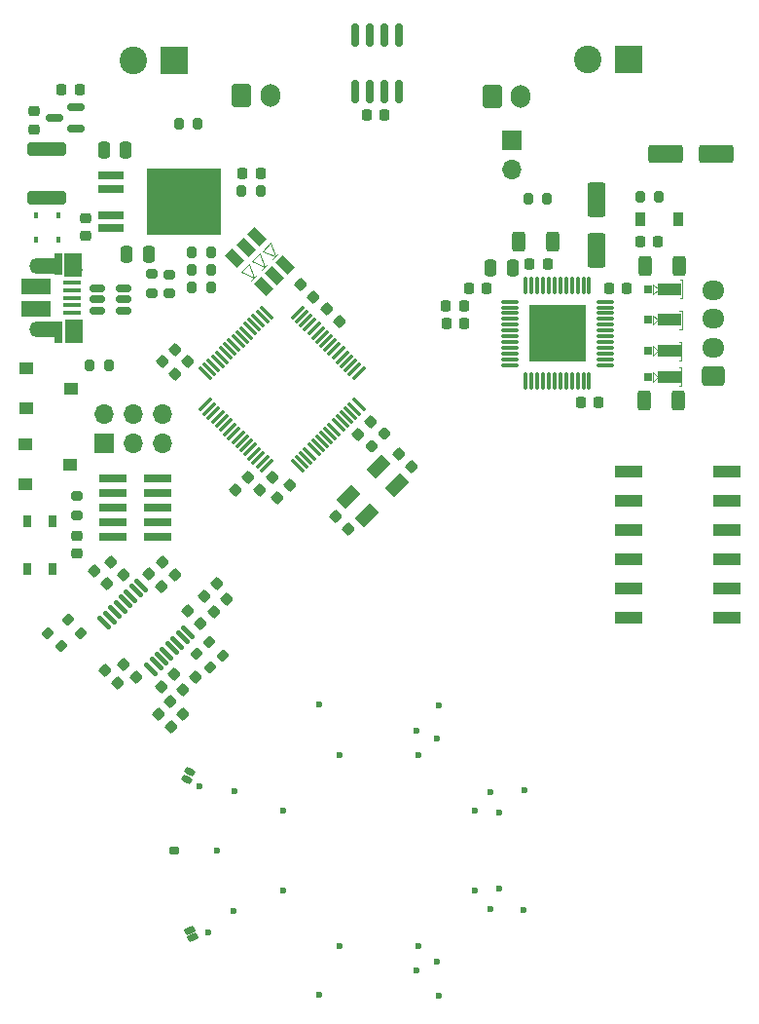
<source format=gbr>
%TF.GenerationSoftware,KiCad,Pcbnew,(7.0.0)*%
%TF.CreationDate,2023-03-13T17:48:54-07:00*%
%TF.ProjectId,DaisyStepperDriver,44616973-7953-4746-9570-706572447269,rev?*%
%TF.SameCoordinates,Original*%
%TF.FileFunction,Soldermask,Top*%
%TF.FilePolarity,Negative*%
%FSLAX46Y46*%
G04 Gerber Fmt 4.6, Leading zero omitted, Abs format (unit mm)*
G04 Created by KiCad (PCBNEW (7.0.0)) date 2023-03-13 17:48:54*
%MOMM*%
%LPD*%
G01*
G04 APERTURE LIST*
G04 Aperture macros list*
%AMRoundRect*
0 Rectangle with rounded corners*
0 $1 Rounding radius*
0 $2 $3 $4 $5 $6 $7 $8 $9 X,Y pos of 4 corners*
0 Add a 4 corners polygon primitive as box body*
4,1,4,$2,$3,$4,$5,$6,$7,$8,$9,$2,$3,0*
0 Add four circle primitives for the rounded corners*
1,1,$1+$1,$2,$3*
1,1,$1+$1,$4,$5*
1,1,$1+$1,$6,$7*
1,1,$1+$1,$8,$9*
0 Add four rect primitives between the rounded corners*
20,1,$1+$1,$2,$3,$4,$5,0*
20,1,$1+$1,$4,$5,$6,$7,0*
20,1,$1+$1,$6,$7,$8,$9,0*
20,1,$1+$1,$8,$9,$2,$3,0*%
%AMRotRect*
0 Rectangle, with rotation*
0 The origin of the aperture is its center*
0 $1 length*
0 $2 width*
0 $3 Rotation angle, in degrees counterclockwise*
0 Add horizontal line*
21,1,$1,$2,0,0,$3*%
G04 Aperture macros list end*
%ADD10C,0.120000*%
%ADD11R,0.900000X1.200000*%
%ADD12RoundRect,0.150001X0.220203X0.253003X-0.334524X0.024361X-0.220203X-0.253003X0.334524X-0.024361X0*%
%ADD13RoundRect,0.150001X0.334686X0.022025X-0.218432X0.254534X-0.334686X-0.022025X0.218432X-0.254534X0*%
%ADD14RoundRect,0.150001X0.300000X0.150000X-0.300000X0.150000X-0.300000X-0.150000X0.300000X-0.150000X0*%
%ADD15C,0.600002*%
%ADD16RoundRect,0.225000X0.017678X-0.335876X0.335876X-0.017678X-0.017678X0.335876X-0.335876X0.017678X0*%
%ADD17RoundRect,0.225000X-0.017678X0.335876X-0.335876X0.017678X0.017678X-0.335876X0.335876X-0.017678X0*%
%ADD18R,0.650000X1.050000*%
%ADD19RoundRect,0.250000X-0.250000X-0.475000X0.250000X-0.475000X0.250000X0.475000X-0.250000X0.475000X0*%
%ADD20RoundRect,0.225000X0.225000X0.250000X-0.225000X0.250000X-0.225000X-0.250000X0.225000X-0.250000X0*%
%ADD21RoundRect,0.225000X-0.250000X0.225000X-0.250000X-0.225000X0.250000X-0.225000X0.250000X0.225000X0*%
%ADD22R,1.700000X1.700000*%
%ADD23O,1.700000X1.700000*%
%ADD24RoundRect,0.225000X0.335876X0.017678X0.017678X0.335876X-0.335876X-0.017678X-0.017678X-0.335876X0*%
%ADD25R,1.300000X1.000000*%
%ADD26RoundRect,0.200000X0.200000X0.275000X-0.200000X0.275000X-0.200000X-0.275000X0.200000X-0.275000X0*%
%ADD27RoundRect,0.200000X-0.335876X-0.053033X-0.053033X-0.335876X0.335876X0.053033X0.053033X0.335876X0*%
%ADD28RoundRect,0.200000X0.335876X0.053033X0.053033X0.335876X-0.335876X-0.053033X-0.053033X-0.335876X0*%
%ADD29R,0.450000X0.600000*%
%ADD30RoundRect,0.200000X-0.200000X-0.275000X0.200000X-0.275000X0.200000X0.275000X-0.200000X0.275000X0*%
%ADD31RotRect,1.900000X1.100000X225.000000*%
%ADD32RoundRect,0.250000X-0.312500X-0.625000X0.312500X-0.625000X0.312500X0.625000X-0.312500X0.625000X0*%
%ADD33RoundRect,0.218750X0.218750X0.256250X-0.218750X0.256250X-0.218750X-0.256250X0.218750X-0.256250X0*%
%ADD34RoundRect,0.250000X-1.450000X0.312500X-1.450000X-0.312500X1.450000X-0.312500X1.450000X0.312500X0*%
%ADD35RoundRect,0.250000X1.250000X0.550000X-1.250000X0.550000X-1.250000X-0.550000X1.250000X-0.550000X0*%
%ADD36RoundRect,0.225000X-0.335876X-0.017678X-0.017678X-0.335876X0.335876X0.017678X0.017678X0.335876X0*%
%ADD37R,2.000000X1.100000*%
%ADD38R,0.800000X0.800000*%
%ADD39R,2.200000X0.800000*%
%ADD40R,6.400000X5.800000*%
%ADD41RoundRect,0.150000X0.587500X0.150000X-0.587500X0.150000X-0.587500X-0.150000X0.587500X-0.150000X0*%
%ADD42R,2.400000X2.400000*%
%ADD43C,2.400000*%
%ADD44RoundRect,0.250000X-0.600000X-0.750000X0.600000X-0.750000X0.600000X0.750000X-0.600000X0.750000X0*%
%ADD45O,1.700000X2.000000*%
%ADD46RoundRect,0.150000X0.512500X0.150000X-0.512500X0.150000X-0.512500X-0.150000X0.512500X-0.150000X0*%
%ADD47R,2.440000X1.120000*%
%ADD48RoundRect,0.100000X0.521491X-0.380070X-0.380070X0.521491X-0.521491X0.380070X0.380070X-0.521491X0*%
%ADD49R,1.650000X0.400000*%
%ADD50R,2.000000X1.350000*%
%ADD51R,1.500000X2.000000*%
%ADD52R,2.500000X1.430000*%
%ADD53R,0.700000X1.825000*%
%ADD54O,1.700000X1.350000*%
%ADD55O,1.500000X1.100000*%
%ADD56RoundRect,0.075000X0.075000X-0.662500X0.075000X0.662500X-0.075000X0.662500X-0.075000X-0.662500X0*%
%ADD57RoundRect,0.075000X0.662500X-0.075000X0.662500X0.075000X-0.662500X0.075000X-0.662500X-0.075000X0*%
%ADD58R,5.000000X5.000000*%
%ADD59RoundRect,0.225000X-0.225000X-0.250000X0.225000X-0.250000X0.225000X0.250000X-0.225000X0.250000X0*%
%ADD60RoundRect,0.250000X0.250000X0.475000X-0.250000X0.475000X-0.250000X-0.475000X0.250000X-0.475000X0*%
%ADD61RoundRect,0.225000X0.250000X-0.225000X0.250000X0.225000X-0.250000X0.225000X-0.250000X-0.225000X0*%
%ADD62RoundRect,0.250000X0.725000X-0.600000X0.725000X0.600000X-0.725000X0.600000X-0.725000X-0.600000X0*%
%ADD63O,1.950000X1.700000*%
%ADD64RoundRect,0.150000X0.150000X-0.825000X0.150000X0.825000X-0.150000X0.825000X-0.150000X-0.825000X0*%
%ADD65RotRect,1.500000X0.900000X135.000000*%
%ADD66RoundRect,0.200000X-0.275000X0.200000X-0.275000X-0.200000X0.275000X-0.200000X0.275000X0.200000X0*%
%ADD67RoundRect,0.218750X-0.026517X0.335876X-0.335876X0.026517X0.026517X-0.335876X0.335876X-0.026517X0*%
%ADD68RoundRect,0.200000X0.275000X-0.200000X0.275000X0.200000X-0.275000X0.200000X-0.275000X-0.200000X0*%
%ADD69R,2.400000X0.740000*%
%ADD70RoundRect,0.075000X0.548008X-0.441942X-0.441942X0.548008X-0.548008X0.441942X0.441942X-0.548008X0*%
%ADD71RoundRect,0.075000X0.548008X0.441942X0.441942X0.548008X-0.548008X-0.441942X-0.441942X-0.548008X0*%
%ADD72RoundRect,0.250000X0.550000X-1.250000X0.550000X1.250000X-0.550000X1.250000X-0.550000X-1.250000X0*%
G04 APERTURE END LIST*
D10*
%TO.C,D6*%
X164900000Y-71050200D02*
X164900000Y-71850200D01*
X167200000Y-72250200D02*
X167400000Y-72250200D01*
X164900000Y-71850200D02*
X165350000Y-71450200D01*
X165350000Y-71450200D02*
X164900000Y-71050200D01*
X167400000Y-70650200D02*
X167200000Y-70650200D01*
X167400000Y-72250200D02*
X167400000Y-70650200D01*
%TO.C,D5*%
X167360000Y-79870200D02*
X167360000Y-78270200D01*
X167160000Y-79870200D02*
X167360000Y-79870200D01*
X165310000Y-79070200D02*
X164860000Y-78670200D01*
X164860000Y-78670200D02*
X164860000Y-79470200D01*
X167360000Y-78270200D02*
X167160000Y-78270200D01*
X164860000Y-79470200D02*
X165310000Y-79070200D01*
%TO.C,D8*%
X132001601Y-68592460D02*
X130905585Y-68132840D01*
X131612692Y-67425733D02*
X132001601Y-68592460D01*
X130834874Y-69759186D02*
X131329849Y-69264211D01*
X130905585Y-68132840D02*
X131612692Y-67425733D01*
X129915636Y-70678425D02*
X130410610Y-70183450D01*
X131754113Y-68839947D02*
X132249088Y-68344972D01*
X131082362Y-69511698D02*
X129986346Y-69052079D01*
X129067107Y-69971318D02*
X129774214Y-69264211D01*
X129986346Y-69052079D02*
X130693453Y-68344972D01*
X129774214Y-69264211D02*
X130163123Y-70430937D01*
X130693453Y-68344972D02*
X131082362Y-69511698D01*
X130163123Y-70430937D02*
X129067107Y-69971318D01*
%TO.C,D4*%
X164860000Y-76409600D02*
X164860000Y-77209600D01*
X167360000Y-76009600D02*
X167160000Y-76009600D01*
X164860000Y-77209600D02*
X165310000Y-76809600D01*
X165310000Y-76809600D02*
X164860000Y-76409600D01*
X167360000Y-77609600D02*
X167360000Y-76009600D01*
X167160000Y-77609600D02*
X167360000Y-77609600D01*
%TO.C,D7*%
X164880000Y-73717200D02*
X164880000Y-74517200D01*
X164880000Y-74517200D02*
X165330000Y-74117200D01*
X165330000Y-74117200D02*
X164880000Y-73717200D01*
X167380000Y-73317200D02*
X167180000Y-73317200D01*
X167380000Y-74917200D02*
X167380000Y-73317200D01*
X167180000Y-74917200D02*
X167380000Y-74917200D01*
%TD*%
D11*
%TO.C,D9*%
X163729399Y-65354199D03*
X167029399Y-65354199D03*
%TD*%
D12*
%TO.C,MM1*%
X124835471Y-127796099D03*
X124572600Y-127163200D03*
D13*
X124272600Y-114013200D03*
X124572600Y-113353200D03*
D14*
X123222600Y-120224055D03*
X123222600Y-120224055D03*
D15*
X146104580Y-129924052D03*
X153685880Y-114974055D03*
X150726370Y-125298757D03*
X126175880Y-127344055D03*
X144473272Y-111911863D03*
X151475994Y-123497348D03*
X128375393Y-125469653D03*
X144299673Y-130670156D03*
X137588497Y-128541751D03*
X132725880Y-123670947D03*
X146225880Y-107654055D03*
X149344076Y-116782659D03*
X135825085Y-132798755D03*
X151475994Y-116956363D03*
X144303082Y-109783458D03*
X146271978Y-132883955D03*
X132714285Y-116782659D03*
X149347485Y-123670947D03*
X150726370Y-115154760D03*
X153605880Y-125374055D03*
X137588497Y-111911960D03*
X128460165Y-115026762D03*
X144473272Y-128541654D03*
X135789791Y-107569659D03*
X125415880Y-114674055D03*
X146101171Y-110529562D03*
X126932583Y-120226855D03*
%TD*%
D16*
%TO.C,C34*%
X125849592Y-98101208D03*
X126945608Y-97005192D03*
%TD*%
D17*
%TO.C,C27*%
X125068616Y-105132184D03*
X123972600Y-106228200D03*
%TD*%
D16*
%TO.C,C35*%
X126649592Y-99501208D03*
X127745608Y-98405192D03*
%TD*%
D17*
%TO.C,C29*%
X123195608Y-104905192D03*
X122099592Y-106001208D03*
%TD*%
D18*
%TO.C,SW1*%
X110442599Y-91618199D03*
X110442599Y-95768199D03*
X112592599Y-91618199D03*
X112592599Y-95768199D03*
%TD*%
D19*
%TO.C,C4*%
X117109200Y-59359800D03*
X119009200Y-59359800D03*
%TD*%
D20*
%TO.C,C15*%
X162623533Y-71374000D03*
X161073533Y-71374000D03*
%TD*%
D21*
%TO.C,C3*%
X114707600Y-92858200D03*
X114707600Y-94408200D03*
%TD*%
D22*
%TO.C,JP1*%
X152621157Y-58541999D03*
D23*
X152621157Y-61081999D03*
%TD*%
D24*
%TO.C,C33*%
X117347600Y-96993200D03*
X116251584Y-95897184D03*
%TD*%
D25*
%TO.C,SW2*%
X110355096Y-78331887D03*
X114255096Y-80081887D03*
X110355096Y-81831887D03*
%TD*%
D16*
%TO.C,C12*%
X139253592Y-84063208D03*
X140349608Y-82967192D03*
%TD*%
D26*
%TO.C,R18*%
X126414800Y-69748400D03*
X124764800Y-69748400D03*
%TD*%
D24*
%TO.C,C24*%
X123295608Y-96301208D03*
X122199592Y-95205192D03*
%TD*%
D26*
%TO.C,R7*%
X125272600Y-57093200D03*
X123622600Y-57093200D03*
%TD*%
D27*
%TO.C,R2*%
X126264237Y-102094837D03*
X127430963Y-103261563D03*
%TD*%
%TO.C,R3*%
X125180874Y-103136474D03*
X126347600Y-104303200D03*
%TD*%
D28*
%TO.C,R12*%
X113411000Y-102489000D03*
X112244274Y-101322274D03*
%TD*%
D29*
%TO.C,D1*%
X113097999Y-65027866D03*
X113097999Y-67127866D03*
%TD*%
D30*
%TO.C,R9*%
X129089000Y-62909800D03*
X130739000Y-62909800D03*
%TD*%
D22*
%TO.C,J8*%
X117103463Y-84838199D03*
D23*
X117103463Y-82298199D03*
X119643463Y-84838199D03*
X119643463Y-82298199D03*
X122183463Y-84838199D03*
X122183463Y-82298199D03*
%TD*%
D31*
%TO.C,Y1*%
X140998319Y-86857616D03*
X138382024Y-89473911D03*
X140008369Y-91100256D03*
X142624664Y-88483961D03*
%TD*%
D29*
%TO.C,D2*%
X111153999Y-65018866D03*
X111153999Y-67118866D03*
%TD*%
D32*
%TO.C,R13*%
X153221704Y-67335400D03*
X156146704Y-67335400D03*
%TD*%
D26*
%TO.C,R19*%
X126414800Y-71272400D03*
X124764800Y-71272400D03*
%TD*%
D17*
%TO.C,C7*%
X133324600Y-88468200D03*
X132228584Y-89564216D03*
%TD*%
D20*
%TO.C,C21*%
X160160000Y-81254600D03*
X158610000Y-81254600D03*
%TD*%
D33*
%TO.C,D3*%
X130708500Y-61391800D03*
X129133500Y-61391800D03*
%TD*%
D24*
%TO.C,C26*%
X123997600Y-108401208D03*
X122901584Y-107305192D03*
%TD*%
D34*
%TO.C,F1*%
X112082000Y-59241367D03*
X112082000Y-63516367D03*
%TD*%
D35*
%TO.C,C40*%
X170377600Y-59703200D03*
X165977600Y-59703200D03*
%TD*%
D36*
%TO.C,C1*%
X137288337Y-91224929D03*
X138384353Y-92320945D03*
%TD*%
D20*
%TO.C,C13*%
X148428258Y-74389555D03*
X146878258Y-74389555D03*
%TD*%
D37*
%TO.C,D6*%
X166349999Y-71450199D03*
D38*
X164449999Y-71450199D03*
%TD*%
D28*
%TO.C,R14*%
X115116044Y-101332200D03*
X113949318Y-100165474D03*
%TD*%
D26*
%TO.C,R17*%
X126414800Y-68224400D03*
X124764800Y-68224400D03*
%TD*%
D19*
%TO.C,C11*%
X119096943Y-68453000D03*
X120996943Y-68453000D03*
%TD*%
D39*
%TO.C,U1*%
X117719999Y-61600999D03*
X117719999Y-62740999D03*
D40*
X124019999Y-63880999D03*
D39*
X117719999Y-65020999D03*
X117719999Y-66160999D03*
%TD*%
D41*
%TO.C,U7*%
X114695100Y-57511502D03*
X114695100Y-55611502D03*
X112820100Y-56561502D03*
%TD*%
D42*
%TO.C,J6*%
X162722599Y-51478199D03*
D43*
X159222600Y-51478200D03*
%TD*%
D20*
%TO.C,C25*%
X141498000Y-56313200D03*
X139948000Y-56313200D03*
%TD*%
D36*
%TO.C,C30*%
X118799592Y-104055192D03*
X119895608Y-105151208D03*
%TD*%
D24*
%TO.C,C36*%
X137565608Y-74261208D03*
X136469592Y-73165192D03*
%TD*%
D44*
%TO.C,J3*%
X129081000Y-54602500D03*
D45*
X131580999Y-54602499D03*
%TD*%
D17*
%TO.C,C6*%
X124385608Y-77745192D03*
X123289592Y-78841208D03*
%TD*%
D46*
%TO.C,U5*%
X118841100Y-73289200D03*
X118841100Y-72339200D03*
X118841100Y-71389200D03*
X116566100Y-71389200D03*
X116566100Y-72339200D03*
X116566100Y-73289200D03*
%TD*%
D47*
%TO.C,SW4*%
X171337363Y-100023199D03*
X171337363Y-97483199D03*
X171337363Y-94943199D03*
X171337363Y-92403199D03*
X171337363Y-89863199D03*
X171337363Y-87323199D03*
X162727363Y-87323199D03*
X162727363Y-89863199D03*
X162727363Y-92403199D03*
X162727363Y-94943199D03*
X162727363Y-97483199D03*
X162727363Y-100023199D03*
%TD*%
D37*
%TO.C,D5*%
X166309999Y-79070199D03*
D38*
X164409999Y-79070199D03*
%TD*%
D48*
%TO.C,U6*%
X121192425Y-104470761D03*
X121652045Y-104011142D03*
X122111664Y-103551522D03*
X122571283Y-103091903D03*
X123030903Y-102632283D03*
X123490522Y-102172664D03*
X123950142Y-101713045D03*
X124409761Y-101253425D03*
X120361575Y-97205239D03*
X119901955Y-97664858D03*
X119442336Y-98124478D03*
X118982717Y-98584097D03*
X118523097Y-99043717D03*
X118063478Y-99503336D03*
X117603858Y-99962955D03*
X117144239Y-100422575D03*
%TD*%
D24*
%TO.C,C32*%
X118785645Y-96276208D03*
X117689629Y-95180192D03*
%TD*%
%TO.C,C31*%
X122145608Y-97251208D03*
X121049592Y-96155192D03*
%TD*%
D36*
%TO.C,C28*%
X117199592Y-104555192D03*
X118295608Y-105651208D03*
%TD*%
D32*
%TO.C,R15*%
X164211000Y-69418200D03*
X167136000Y-69418200D03*
%TD*%
D26*
%TO.C,R8*%
X155669158Y-63627000D03*
X154019158Y-63627000D03*
%TD*%
D49*
%TO.C,J1*%
X114344999Y-70890582D03*
X114344999Y-71540582D03*
X114344999Y-72190582D03*
X114344999Y-72840582D03*
X114344999Y-73490582D03*
D50*
X112394999Y-74940582D03*
D51*
X114464999Y-75090582D03*
D52*
X111194999Y-73150582D03*
X111194999Y-71230582D03*
D51*
X114444999Y-69340582D03*
D53*
X113144999Y-75190582D03*
D54*
X111464999Y-74920582D03*
X111464999Y-69460582D03*
D55*
X114464999Y-69770582D03*
D53*
X113144999Y-69240582D03*
D50*
X112394999Y-69460582D03*
D55*
X114464999Y-74610582D03*
%TD*%
D24*
%TO.C,C14*%
X122920608Y-109476208D03*
X121824592Y-108380192D03*
%TD*%
D56*
%TO.C,U4*%
X153818267Y-79448100D03*
X154318267Y-79448100D03*
X154818267Y-79448100D03*
X155318267Y-79448100D03*
X155818267Y-79448100D03*
X156318267Y-79448100D03*
X156818267Y-79448100D03*
X157318267Y-79448100D03*
X157818267Y-79448100D03*
X158318267Y-79448100D03*
X158818267Y-79448100D03*
X159318267Y-79448100D03*
D57*
X160730767Y-78035600D03*
X160730767Y-77535600D03*
X160730767Y-77035600D03*
X160730767Y-76535600D03*
X160730767Y-76035600D03*
X160730767Y-75535600D03*
X160730767Y-75035600D03*
X160730767Y-74535600D03*
X160730767Y-74035600D03*
X160730767Y-73535600D03*
X160730767Y-73035600D03*
X160730767Y-72535600D03*
D56*
X159318267Y-71123100D03*
X158818267Y-71123100D03*
X158318267Y-71123100D03*
X157818267Y-71123100D03*
X157318267Y-71123100D03*
X156818267Y-71123100D03*
X156318267Y-71123100D03*
X155818267Y-71123100D03*
X155318267Y-71123100D03*
X154818267Y-71123100D03*
X154318267Y-71123100D03*
X153818267Y-71123100D03*
D57*
X152405767Y-72535600D03*
X152405767Y-73035600D03*
X152405767Y-73535600D03*
X152405767Y-74035600D03*
X152405767Y-74535600D03*
X152405767Y-75035600D03*
X152405767Y-75535600D03*
X152405767Y-76035600D03*
X152405767Y-76535600D03*
X152405767Y-77035600D03*
X152405767Y-77535600D03*
X152405767Y-78035600D03*
D58*
X156568266Y-75285599D03*
%TD*%
D59*
%TO.C,C20*%
X148830475Y-71347755D03*
X150380475Y-71347755D03*
%TD*%
D60*
%TO.C,C17*%
X152638800Y-69585135D03*
X150738800Y-69585135D03*
%TD*%
D17*
%TO.C,C10*%
X129681608Y-87793192D03*
X128585592Y-88889208D03*
%TD*%
D26*
%TO.C,R10*%
X165408930Y-63423800D03*
X163758930Y-63423800D03*
%TD*%
D30*
%TO.C,R4*%
X115852600Y-78033200D03*
X117502600Y-78033200D03*
%TD*%
D61*
%TO.C,C38*%
X111057600Y-57556502D03*
X111057600Y-56006502D03*
%TD*%
D42*
%TO.C,J5*%
X123189999Y-51561999D03*
D43*
X119690000Y-51562000D03*
%TD*%
D25*
%TO.C,SW3*%
X110281888Y-84940079D03*
X114181888Y-86690079D03*
X110281888Y-88440079D03*
%TD*%
D62*
%TO.C,J7*%
X170134000Y-79010200D03*
D63*
X170133999Y-76510199D03*
X170133999Y-74010199D03*
X170133999Y-71510199D03*
%TD*%
D21*
%TO.C,C9*%
X115493800Y-65255000D03*
X115493800Y-66805000D03*
%TD*%
D64*
%TO.C,U3*%
X138932600Y-54318200D03*
X140202600Y-54318200D03*
X141472600Y-54318200D03*
X142742600Y-54318200D03*
X142742600Y-49368200D03*
X141472600Y-49368200D03*
X140202600Y-49368200D03*
X138932600Y-49368200D03*
%TD*%
D65*
%TO.C,D8*%
X132885483Y-69334921D03*
X131930889Y-70289515D03*
X130976295Y-71244109D03*
X130410609Y-66860047D03*
X129456015Y-67814641D03*
X128501421Y-68769235D03*
%TD*%
D24*
%TO.C,C5*%
X135347600Y-72153200D03*
X134251584Y-71057184D03*
%TD*%
D17*
%TO.C,C8*%
X131800600Y-87833200D03*
X130704584Y-88929216D03*
%TD*%
D20*
%TO.C,C18*%
X165290800Y-67284600D03*
X163740800Y-67284600D03*
%TD*%
D66*
%TO.C,R6*%
X122815600Y-70163200D03*
X122815600Y-71813200D03*
%TD*%
D67*
%TO.C,L1*%
X141501447Y-83974353D03*
X140387753Y-85088047D03*
%TD*%
D32*
%TO.C,R16*%
X164145500Y-81102200D03*
X167070500Y-81102200D03*
%TD*%
D37*
%TO.C,D4*%
X166309999Y-76809599D03*
D38*
X164409999Y-76809599D03*
%TD*%
D44*
%TO.C,J4*%
X150896000Y-54729500D03*
D45*
X153395999Y-54729499D03*
%TD*%
D20*
%TO.C,C16*%
X148415258Y-72865555D03*
X146865258Y-72865555D03*
%TD*%
D68*
%TO.C,R5*%
X121247600Y-71803200D03*
X121247600Y-70153200D03*
%TD*%
D24*
%TO.C,C19*%
X125516008Y-100497008D03*
X124419992Y-99400992D03*
%TD*%
D20*
%TO.C,C22*%
X155705032Y-69240400D03*
X154155032Y-69240400D03*
%TD*%
D69*
%TO.C,J2*%
X121755999Y-92963999D03*
X117855999Y-92963999D03*
X121755999Y-91693999D03*
X117855999Y-91693999D03*
X121755999Y-90423999D03*
X117855999Y-90423999D03*
X121755999Y-89153999D03*
X117855999Y-89153999D03*
X121755999Y-87883999D03*
X117855999Y-87883999D03*
%TD*%
D16*
%TO.C,C37*%
X122239592Y-77771208D03*
X123335608Y-76675192D03*
%TD*%
D24*
%TO.C,C2*%
X143845353Y-86859945D03*
X142749337Y-85763929D03*
%TD*%
D68*
%TO.C,R1*%
X114727600Y-91098200D03*
X114727600Y-89448200D03*
%TD*%
D20*
%TO.C,C39*%
X114967600Y-54121502D03*
X113417600Y-54121502D03*
%TD*%
D37*
%TO.C,D7*%
X166329999Y-74117199D03*
D38*
X164429999Y-74117199D03*
%TD*%
D70*
%TO.C,U2*%
X133958781Y-86797681D03*
X134312334Y-86444128D03*
X134665887Y-86090575D03*
X135019441Y-85737021D03*
X135372994Y-85383468D03*
X135726548Y-85029914D03*
X136080101Y-84676361D03*
X136433654Y-84322808D03*
X136787208Y-83969254D03*
X137140761Y-83615701D03*
X137494314Y-83262148D03*
X137847868Y-82908594D03*
X138201421Y-82555041D03*
X138554975Y-82201487D03*
X138908528Y-81847934D03*
X139262081Y-81494381D03*
D71*
X139262081Y-78772019D03*
X138908528Y-78418466D03*
X138554975Y-78064913D03*
X138201421Y-77711359D03*
X137847868Y-77357806D03*
X137494314Y-77004252D03*
X137140761Y-76650699D03*
X136787208Y-76297146D03*
X136433654Y-75943592D03*
X136080101Y-75590039D03*
X135726548Y-75236486D03*
X135372994Y-74882932D03*
X135019441Y-74529379D03*
X134665887Y-74175825D03*
X134312334Y-73822272D03*
X133958781Y-73468719D03*
D70*
X131236419Y-73468719D03*
X130882866Y-73822272D03*
X130529313Y-74175825D03*
X130175759Y-74529379D03*
X129822206Y-74882932D03*
X129468652Y-75236486D03*
X129115099Y-75590039D03*
X128761546Y-75943592D03*
X128407992Y-76297146D03*
X128054439Y-76650699D03*
X127700886Y-77004252D03*
X127347332Y-77357806D03*
X126993779Y-77711359D03*
X126640225Y-78064913D03*
X126286672Y-78418466D03*
X125933119Y-78772019D03*
D71*
X125933119Y-81494381D03*
X126286672Y-81847934D03*
X126640225Y-82201487D03*
X126993779Y-82555041D03*
X127347332Y-82908594D03*
X127700886Y-83262148D03*
X128054439Y-83615701D03*
X128407992Y-83969254D03*
X128761546Y-84322808D03*
X129115099Y-84676361D03*
X129468652Y-85029914D03*
X129822206Y-85383468D03*
X130175759Y-85737021D03*
X130529313Y-86090575D03*
X130882866Y-86444128D03*
X131236419Y-86797681D03*
%TD*%
D72*
%TO.C,C23*%
X159942015Y-68062200D03*
X159942015Y-63662200D03*
%TD*%
M02*

</source>
